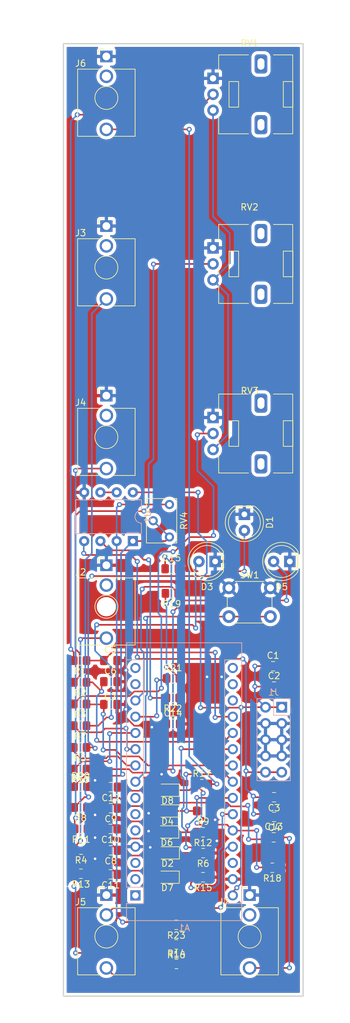
<source format=kicad_pcb>
(kicad_pcb (version 20211014) (generator pcbnew)
  (layers (0 "F.Cu" signal) (31 "B.Cu" signal) (34 "B.Paste" user) (35 "F.Paste" user) (36 "B.SilkS" user "B.Silkscreen") (37 "F.SilkS" user "F.Silkscreen") (38 "B.Mask" user) (39 "F.Mask" user) (44 "Edge.Cuts" user))
  (net 0 "")
  (net 4 "GND")
  (net 7 "Net-(A1-Pad8)")
  (net 8 "Net-(A1-Pad9)")
  (net 9 "Net-(A1-Pad10)")
  (net 10 "Net-(A1-Pad11)")
  (net 11 "Net-(A1-Pad12)")
  (net 12 "Net-(A1-Pad13)")
  (net 18 "Net-(A1-Pad19)")
  (net 19 "Net-(A1-Pad20)")
  (net 20 "Net-(A1-Pad21)")
  (net 21 "Net-(A1-Pad22)")
  (net 22 "Net-(A1-Pad23)")
  (net 23 "Net-(A1-Pad24)")
  (net 24 "Net-(A1-Pad25)")
  (net 25 "Net-(A1-Pad26)")
  (net 26 "+5V")
  (net 28 "+12V")
  (net 29 "-12V")
  (net 30 "Net-(C13-Pad1)")
  (net 31 "Net-(C13-Pad2)")
  (net 32 "Net-(C14-Pad1)")
  (net 33 "Net-(C15-Pad1)")
  (net 34 "Net-(D1-Pad2)")
  (net 35 "Net-(D3-Pad2)")
  (net 36 "Net-(D5-Pad2)")
  (net 37 "Net-(J2-PadT)")
  (net 38 "Net-(J3-PadT)")
  (net 39 "Net-(J4-PadT)")
  (net 40 "Net-(J5-PadT)")
  (net 41 "Net-(J6-PadT)")
  (net 42 "Net-(R1-Pad2)")
  (net 43 "Net-(R2-Pad2)")
  (net 44 "Net-(R3-Pad2)")
  (net 45 "Net-(R13-Pad2)")
  (net 46 "Net-(R20-Pad1)")
  (net 47 "Net-(R23-Pad2)")
  (net 48 "Net-(RV1-Pad3)")
  (net 49 "Net-(U1-Pad6)")
  (footprint "Capacitor_SMD:C_0805_2012Metric_Pad1.18x1.45mm_HandSolder" (layer "F.Cu") (at 25.26 139.35 180)
    (fp_text reference "C10")
    (fp_text value "100n")
  )
  (footprint "Resistor_SMD:R_0805_2012Metric_Pad1.20x1.40mm_HandSolder" (layer "F.Cu") (at 20.515 116.426388 180)
    (fp_text reference "R2")
    (fp_text value "1K")
  )
  (footprint "Resistor_SMD:R_0805_2012Metric_Pad1.20x1.40mm_HandSolder" (layer "F.Cu") (at 20.515 130.011944 180)
    (fp_text reference "R10")
    (fp_text value "1K")
  )
  (footprint "Potentiometer_THT:Potentiometer_Alps_RK09L_Single_Vertical" (layer "F.Cu") (at 41.325 75.033332)
    (fp_text reference "RV3")
    (fp_text value "100K P2")
  )
  (footprint "Resistor_SMD:R_0805_2012Metric_Pad1.20x1.40mm_HandSolder" (layer "F.Cu") (at 35.025 118.872 180)
    (fp_text reference "R22")
    (fp_text value "3K9")
  )
  (footprint "Resistor_SMD:R_0805_2012Metric_Pad1.20x1.40mm_HandSolder" (layer "F.Cu") (at 20.64 146.359248 180)
    (fp_text reference "R13")
    (fp_text value "1K")
  )
  (footprint "Diode_SMD:D_0805_2012Metric_Pad1.15x1.40mm_HandSolder" (layer "F.Cu") (at 34.2 133.3 180)
    (fp_text reference "D8")
    (fp_text value "D_Zener_Small")
  )
  (footprint "Resistor_SMD:R_0805_2012Metric_Pad1.20x1.40mm_HandSolder" (layer "F.Cu") (at 20.515 126.615552 180)
    (fp_text reference "R5")
    (fp_text value "1K")
  )
  (footprint "Diode_SMD:D_0805_2012Metric_Pad1.15x1.40mm_HandSolder" (layer "F.Cu") (at 34.175 146.906366 180)
    (fp_text reference "D7")
    (fp_text value "D_Zener_Small")
  )
  (footprint "Resistor_SMD:R_0805_2012Metric_Pad1.20x1.40mm_HandSolder" (layer "F.Cu") (at 39.575 132.35)
    (fp_text reference "R17")
    (fp_text value "100R")
  )
  (footprint "Connector_Audio:Jack_3.5mm_QingPu_WQP-PJ398SM_Vertical_CircularHoles" (layer "F.Cu") (at 24.625 98.128334)
    (fp_text reference "J2")
    (fp_text value "ModeCV")
  )
  (footprint "Resistor_SMD:R_0805_2012Metric_Pad1.20x1.40mm_HandSolder" (layer "F.Cu") (at 20.665 142.59264 180)
    (fp_text reference "R4")
    (fp_text value "1K")
  )
  (footprint "Capacitor_SMD:C_0805_2012Metric_Pad1.18x1.45mm_HandSolder" (layer "F.Cu") (at 35.052 122.936)
    (fp_text reference "C14")
    (fp_text value "10n")
  )
  (footprint "Connector_Audio:Jack_3.5mm_QingPu_WQP-PJ398SM_Vertical_CircularHoles" (layer "F.Cu") (at 24.625 71.611666)
    (fp_text reference "J4")
    (fp_text value "Parameter 2 CV")
  )
  (footprint "Resistor_SMD:R_0805_2012Metric_Pad1.20x1.40mm_HandSolder" (layer "F.Cu") (at 39.75 139.875 180)
    (fp_text reference "R12")
    (fp_text value "100K")
  )
  (footprint "Diode_SMD:D_0805_2012Metric_Pad1.15x1.40mm_HandSolder" (layer "F.Cu") (at 34.1 139.830002 180)
    (fp_text reference "D6")
    (fp_text value "D_Zener_Small")
  )
  (footprint "Connector_Audio:Jack_3.5mm_QingPu_WQP-PJ398SM_Vertical_CircularHoles" (layer "F.Cu") (at 24.625 149.695)
    (fp_text reference "J5")
    (fp_text value "Gain CV")
  )
  (footprint "Potentiometer_THT:Potentiometer_Alps_RK09L_Single_Vertical" (layer "F.Cu") (at 41.325 48.516666)
    (fp_text reference "RV2")
    (fp_text value "100K P1")
  )
  (footprint "Capacitor_SMD:C_0805_2012Metric_Pad1.18x1.45mm_HandSolder" (layer "F.Cu") (at 25.32 132.82 180)
    (fp_text reference "C12")
    (fp_text value "100n")
  )
  (footprint "Diode_SMD:D_0805_2012Metric_Pad1.15x1.40mm_HandSolder" (layer "F.Cu") (at 34.2 136.55 180)
    (fp_text reference "D4")
    (fp_text value "D_Zener_Small")
  )
  (footprint "Capacitor_SMD:C_0805_2012Metric_Pad1.18x1.45mm_HandSolder" (layer "F.Cu") (at 25.32 136.11 180)
    (fp_text reference "C9")
    (fp_text value "100n")
  )
  (footprint "Connector_Audio:Jack_3.5mm_QingPu_WQP-PJ398SM_Vertical_CircularHoles" (layer "F.Cu") (at 24.625 45.095)
    (fp_text reference "J3")
    (fp_text value "Parameter 1 CV")
  )
  (footprint "Capacitor_SMD:C_0805_2012Metric_Pad1.18x1.45mm_HandSolder" (layer "F.Cu") (at 25.265 119.888)
    (fp_text reference "C7")
    (fp_text value "100p")
  )
  (footprint "Resistor_SMD:R_0805_2012Metric_Pad1.20x1.40mm_HandSolder" (layer "F.Cu") (at 20.59 136.00014 180)
    (fp_text reference "R8")
    (fp_text value "1K")
  )
  (footprint "Capacitor_SMD:C_0805_2012Metric_Pad1.18x1.45mm_HandSolder" (layer "F.Cu") (at 50.875 134.4 180)
    (fp_text reference "C3")
    (fp_text value "100n")
  )
  (footprint "Capacitor_SMD:C_0805_2012Metric_Pad1.18x1.45mm_HandSolder" (layer "F.Cu") (at 50.825 140.675)
    (fp_text reference "C13")
    (fp_text value "10u")
  )
  (footprint "Capacitor_SMD:C_0805_2012Metric_Pad1.18x1.45mm_HandSolder" (layer "F.Cu") (at 25.265 116.332)
    (fp_text reference "C6")
    (fp_text value "100p")
  )
  (footprint "Connector_Audio:Jack_3.5mm_QingPu_WQP-PJ398SM_Vertical_CircularHoles" (layer "F.Cu") (at 24.625 18.578334)
    (fp_text reference "J6")
    (fp_text value "V/OCT")
  )
  (footprint "Capacitor_SMD:C_0805_2012Metric_Pad1.18x1.45mm_HandSolder" (layer "F.Cu") (at 50.725 113.925)
    (fp_text reference "C1")
    (fp_text value "100n")
  )
  (footprint "Capacitor_SMD:C_0805_2012Metric_Pad1.18x1.45mm_HandSolder" (layer "F.Cu") (at 25.29 146.46 180)
    (fp_text reference "C11")
    (fp_text value "100n")
  )
  (footprint "Resistor_SMD:R_0805_2012Metric_Pad1.20x1.40mm_HandSolder" (layer "F.Cu") (at 35.575 157.4125 180)
    (fp_text reference "R16")
    (fp_text value "47K")
  )
  (footprint "Button_Switch_THT:SW_PUSH_6mm_H5mm" (layer "F.Cu") (at 43.8 101.658334)
    (fp_text reference "SW1")
    (fp_text value "SW_SPDT")
  )
  (footprint "LED_THT:LED_D5.0mm" (layer "F.Cu") (at 46.228 90.165 -90)
    (fp_text reference "D1")
    (fp_text value "LED")
  )
  (footprint "Resistor_SMD:R_0805_2012Metric_Pad1.20x1.40mm_HandSolder" (layer "F.Cu") (at 20.515 119.822776 180)
    (fp_text reference "R3")
    (fp_text value "1K")
  )
  (footprint "Resistor_SMD:R_0805_2012Metric_Pad1.20x1.40mm_HandSolder" (layer "F.Cu") (at 39.75 146.9 180)
    (fp_text reference "R15")
    (fp_text value "100K")
  )
  (footprint "Potentiometer_THT:Potentiometer_Alps_RK09L_Single_Vertical" (layer "F.Cu") (at 41.325 22)
    (fp_text reference "RV1")
    (fp_text value "100K Frequency")
  )
  (footprint "Capacitor_SMD:C_0805_2012Metric_Pad1.18x1.45mm_HandSolder" (layer "F.Cu") (at 50.875 117.1)
    (fp_text reference "C2")
    (fp_text value "10u")
  )
  (footprint "Resistor_SMD:R_0805_2012Metric_Pad1.20x1.40mm_HandSolder" (layer "F.Cu") (at 35.052 115.824)
    (fp_text reference "R21")
    (fp_text value "3K9")
  )
  (footprint "Resistor_SMD:R_0805_2012Metric_Pad1.20x1.40mm_HandSolder" (layer "F.Cu") (at 35.575 154.35 180)
    (fp_text reference "R23")
    (fp_text value "47K")
  )
  (footprint "Resistor_SMD:R_0805_2012Metric_Pad1.20x1.40mm_HandSolder" (layer "F.Cu") (at 39.775 136.545714 180)
    (fp_text reference "R9")
    (fp_text value "100K")
  )
  (footprint "LED_THT:LED_D5.0mm" (layer "F.Cu") (at 41.656 97.536 180)
    (fp_text reference "D3")
    (fp_text value "LED")
  )
  (footprint "Resistor_SMD:R_0805_2012Metric_Pad1.20x1.40mm_HandSolder" (layer "F.Cu") (at 50.6 145.425 180)
    (fp_text reference "R18")
    (fp_text value "330K")
  )
  (footprint "Capacitor_SMD:C_0805_2012Metric_Pad1.18x1.45mm_HandSolder" (layer "F.Cu") (at 34.8625 98.675)
    (fp_text reference "C15")
    (fp_text value "4.7n")
  )
  (footprint "Capacitor_SMD:C_0805_2012Metric_Pad1.18x1.45mm_HandSolder" (layer "F.Cu") (at 50.875 137.475 180)
    (fp_text reference "C4")
    (fp_text value "10u")
  )
  (footprint "Diode_SMD:D_0805_2012Metric_Pad1.15x1.40mm_HandSolder" (layer "F.Cu") (at 34.2 143.1 180)
    (fp_text reference "D2")
    (fp_text value "D_Zener_Small")
  )
  (footprint "Resistor_SMD:R_0805_2012Metric_Pad1.20x1.40mm_HandSolder" (layer "F.Cu") (at 39.775 143.12857 180)
    (fp_text reference "R6")
    (fp_text value "100K")
  )
  (footprint "Resistor_SMD:R_0805_2012Metric_Pad1.20x1.40mm_HandSolder" (layer "F.Cu") (at 20.59 132.72389)
    (fp_text reference "R20")
    (fp_text value "1K")
  )
  (footprint "Resistor_SMD:R_0805_2012Metric_Pad1.20x1.40mm_HandSolder" (layer "F.Cu") (at 20.515 113.03 180)
    (fp_text reference "R1")
    (fp_text value "1K")
  )
  (footprint "Resistor_SMD:R_0805_2012Metric_Pad1.20x1.40mm_HandSolder" (layer "F.Cu") (at 20.665 139.343892 180)
    (fp_text reference "R11")
    (fp_text value "1K")
  )
  (footprint "Connector_Audio:Jack_3.5mm_QingPu_WQP-PJ398SM_Vertical_CircularHoles" (layer "F.Cu") (at 47.05 149.695)
    (fp_text reference "J7")
    (fp_text value "Output")
  )
  (footprint "Resistor_SMD:R_0805_2012Metric_Pad1.20x1.40mm_HandSolder" (layer "F.Cu") (at 34.875 102.525 180)
    (fp_text reference "R19")
    (fp_text value "499K")
  )
  (footprint "Capacitor_SMD:C_0805_2012Metric_Pad1.18x1.45mm_HandSolder" (layer "F.Cu") (at 25.265 113.03)
    (fp_text reference "C5")
    (fp_text value "100p")
  )
  (footprint "Capacitor_SMD:C_0805_2012Metric_Pad1.18x1.45mm_HandSolder" (layer "F.Cu") (at 25.32 142.7 180)
    (fp_text reference "C8")
    (fp_text value "100n")
  )
  (footprint "Resistor_SMD:R_0805_2012Metric_Pad1.20x1.40mm_HandSolder" (layer "F.Cu") (at 35.6 160.475)
    (fp_text reference "R14")
    (fp_text value "47K")
  )
  (footprint "Resistor_SMD:R_0805_2012Metric_Pad1.20x1.40mm_HandSolder" (layer "F.Cu") (at 20.515 123.219164 180)
    (fp_text reference "R7")
    (fp_text value "1K")
  )
  (footprint "Potentiometer_THT:Potentiometer_Bourns_3266W_Vertical" (layer "F.Cu") (at 34.499 93.711 -90)
    (fp_text reference "RV4")
    (fp_text value "100K")
  )
  (footprint "LED_THT:LED_D5.0mm" (layer "F.Cu") (at 53.34 97.536 180)
    (fp_text reference "D5")
    (fp_text value "LED")
  )
  (footprint "Module:Arduino_Nano" (layer "B.Cu") (at 29.175 149.75)
    (fp_text reference "A1")
    (fp_text value "Arduino_Nano_v3.x")
  )
  (footprint "Connector_PinHeader_2.54mm:PinHeader_2x05_P2.54mm_Vertical" (layer "B.Cu") (at 52.075 120.325 180)
    (fp_text reference "J1")
    (fp_text value "Conn_02x05_Counter_Clockwise")
  )
  (footprint "Package_DIP:DIP-8_W7.62mm" (layer "B.Cu") (at 28.775 94.35 90)
    (fp_text reference "U1")
    (fp_text value "TL072")
  )
  (gr_rect (start 17.9 16.575) (end 55.425 165.5) (layer "Edge.Cuts") (width 0.2) (fill none))
  (segment (start 27.686 120.65) (end 27.686 121.92) (width 0.25) (layer "F.Cu") (net 4))
  (segment (start 27.686 121.92) (end 28.991 123.225) (width 0.25) (layer "F.Cu") (net 4))
  (segment (start 31.531 123.225) (end 31.75 123.444) (width 0.25) (layer "F.Cu") (net 4))
  (segment (start 28.991 123.225) (end 31.531 123.225) (width 0.25) (layer "F.Cu") (net 4))
  (via (at 22.86 137.16) (size 0.8) (drill 0.4) (layers "F.Cu" "B.Cu") (net 4))
  (via (at 31.242 139.7) (size 0.8) (drill 0.4) (layers "F.Cu" "B.Cu") (net 4))
  (via (at 42.672 115.57) (size 0.8) (drill 0.4) (layers "F.Cu" "B.Cu") (net 4))
  (via (at 41.656 137.922) (size 0.8) (drill 0.4) (layers "F.Cu" "B.Cu") (net 4))
  (via (at 31.496 142.24) (size 0.8) (drill 0.4) (layers "F.Cu" "B.Cu") (net 4))
  (via (at 27.686 120.65) (size 0.8) (drill 0.4) (layers "F.Cu" "B.Cu") (net 4))
  (via (at 40.386 115.57) (size 0.8) (drill 0.4) (layers "F.Cu" "B.Cu") (net 4))
  (via (at 27.686 114.554) (size 0.8) (drill 0.4) (layers "F.Cu" "B.Cu") (net 4))
  (via (at 31.242 136.906) (size 0.8) (drill 0.4) (layers "F.Cu" "B.Cu") (net 4))
  (via (at 22.86 144.018) (size 0.8) (drill 0.4) (layers "F.Cu" "B.Cu") (net 4))
  (via (at 22.86 140.716) (size 0.8) (drill 0.4) (layers "F.Cu" "B.Cu") (net 4))
  (via (at 22.86 131.761444) (size 0.8) (drill 0.4) (layers "F.Cu" "B.Cu") (net 4))
  (via (at 31.75 123.444) (size 0.8) (drill 0.4) (layers "F.Cu" "B.Cu") (net 4))
  (via (at 33.274 130.81) (size 0.8) (drill 0.4) (layers "F.Cu" "B.Cu") (net 4))
  (via (at 41.91 141.224) (size 0.8) (drill 0.4) (layers "F.Cu" "B.Cu") (net 4))
  (segment (start 30.7715 106.426) (end 31.039166 106.158334) (width 0.25) (layer "F.Cu") (net 7))
  (segment (start 43.8 106.158334) (end 50.3 106.158334) (width 0.25) (layer "F.Cu") (net 7))
  (segment (start 31.039166 106.158334) (end 43.8 106.158334) (width 0.25) (layer "F.Cu") (net 7))
  (via (at 30.7715 106.426) (size 0.8) (drill 0.4) (layers "F.Cu" "B.Cu") (net 7))
  (segment (start 30.771 130.374) (end 29.175 131.97) (width 0.25) (layer "B.Cu") (net 7))
  (segment (start 30.771 118.571695) (end 30.771 130.374) (width 0.25) (layer "B.Cu") (net 7))
  (segment (start 30.988 118.354695) (end 30.771 118.571695) (width 0.25) (layer "B.Cu") (net 7))
  (segment (start 30.7715 106.426) (end 30.988 106.6425) (width 0.25) (layer "B.Cu") (net 7))
  (segment (start 30.988 106.6425) (end 30.988 118.354695) (width 0.25) (layer "B.Cu") (net 7))
  (segment (start 20.615 128.325) (end 24.573695 128.325) (width 0.25) (layer "F.Cu") (net 8))
  (segment (start 24.882695 128.016) (end 26.416 128.016) (width 0.25) (layer "F.Cu") (net 8))
  (segment (start 26.416 128.016) (end 27.83 129.43) (width 0.25) (layer "F.Cu") (net 8))
  (segment (start 24.573695 128.325) (end 24.882695 128.016) (width 0.25) (layer "F.Cu") (net 8))
  (segment (start 27.83 129.43) (end 29.175 129.43) (width 0.25) (layer "F.Cu") (net 8))
  (segment (start 19.59 127.3) (end 20.615 128.325) (width 0.25) (layer "F.Cu") (net 8))
  (segment (start 27.6505 123.661) (end 27.686 123.6255) (width 0.25) (layer "F.Cu") (net 9))
  (segment (start 27.83 126.89) (end 29.175 126.89) (width 0.25) (layer "F.Cu") (net 9))
  (segment (start 24.421 123.661) (end 27.6505 123.661) (width 0.25) (layer "F.Cu") (net 9))
  (segment (start 20.54 124.244164) (end 23.837836 124.244164) (width 0.25) (layer "F.Cu") (net 9))
  (segment (start 23.837836 124.244164) (end 24.421 123.661) (width 0.25) (layer "F.Cu") (net 9))
  (segment (start 19.515 123.219164) (end 20.54 124.244164) (width 0.25) (layer "F.Cu") (net 9))
  (via (at 27.83 126.89) (size 0.8) (drill 0.4) (layers "F.Cu" "B.Cu") (net 9))
  (via (at 27.686 123.6255) (size 0.8) (drill 0.4) (layers "F.Cu" "B.Cu") (net 9))
  (segment (start 27.83 123.7695) (end 27.83 126.89) (width 0.25) (layer "B.Cu") (net 9))
  (segment (start 27.686 123.6255) (end 27.83 123.7695) (width 0.25) (layer "B.Cu") (net 9))
  (segment (start 25.256 124.35) (end 29.175 124.35) (width 0.25) (layer "F.Cu") (net 10))
  (segment (start 25.146 124.46) (end 25.256 124.35) (width 0.25) (layer "F.Cu") (net 10))
  (segment (start 19.59 130.011944) (end 19.594056 130.011944) (width 0.25) (layer "F.Cu") (net 10))
  (segment (start 20.828 128.778) (end 25.146 128.778) (width 0.25) (layer "F.Cu") (net 10))
  (segment (start 19.594056 130.011944) (end 20.828 128.778) (width 0.25) (layer "F.Cu") (net 10))
  (via (at 25.146 128.778) (size 0.8) (drill 0.4) (layers "F.Cu" "B.Cu") (net 10))
  (via (at 25.146 124.46) (size 0.8) (drill 0.4) (layers "F.Cu" "B.Cu") (net 10))
  (segment (start 25.146 128.778) (end 25.146 124.46) (width 0.25) (layer "B.Cu") (net 10))
  (segment (start 32.368 121.81) (end 32.512 121.666) (width 0.25) (layer "F.Cu") (net 11))
  (segment (start 29.175 121.81) (end 32.368 121.81) (width 0.25) (layer "F.Cu") (net 11))
  (segment (start 32.512 116.078) (end 33.798 116.078) (width 0.25) (layer "F.Cu") (net 11))
  (segment (start 33.798 116.078) (end 34.052 115.824) (width 0.25) (layer "F.Cu") (net 11))
  (via (at 32.512 116.078) (size 0.8) (drill 0.4) (layers "F.Cu" "B.Cu") (net 11))
  (via (at 32.512 121.666) (size 0.8) (drill 0.4) (layers "F.Cu" "B.Cu") (net 11))
  (segment (start 32.512 121.666) (end 32.512 116.078) (width 0.25) (layer "B.Cu") (net 11))
  (segment (start 34.85 101.5) (end 30.58 101.5) (width 0.25) (layer "F.Cu") (net 12))
  (segment (start 35.875 102.525) (end 34.85 101.5) (width 0.25) (layer "F.Cu") (net 12))
  (segment (start 30.58 101.5) (end 30.226 101.854) (width 0.25) (layer "F.Cu") (net 12))
  (via (at 30.226 101.854) (size 0.8) (drill 0.4) (layers "F.Cu" "B.Cu") (net 12))
  (segment (start 30.226 101.854) (end 30.0465 102.0335) (width 0.25) (layer "B.Cu") (net 12))
  (segment (start 30.48 117.965) (end 29.175 119.27) (width 0.25) (layer "B.Cu") (net 12))
  (segment (start 30.48 111.76) (end 30.48 117.965) (width 0.25) (layer "B.Cu") (net 12))
  (segment (start 30.0465 111.3265) (end 30.48 111.76) (width 0.25) (layer "B.Cu") (net 12))
  (segment (start 30.0465 102.0335) (end 30.0465 111.3265) (width 0.25) (layer "B.Cu") (net 12))
  (segment (start 41.656 121.92) (end 41.766 121.81) (width 0.25) (layer "F.Cu") (net 18))
  (segment (start 25.4975 111.76) (end 24.2275 113.03) (width 0.25) (layer "F.Cu") (net 18))
  (segment (start 21.515 113.03) (end 24.2275 113.03) (width 0.25) (layer "F.Cu") (net 18))
  (segment (start 41.656 111.76) (end 25.4975 111.76) (width 0.25) (layer "F.Cu") (net 18))
  (segment (start 41.766 121.81) (end 44.415 121.81) (width 0.25) (layer "F.Cu") (net 18))
  (via (at 41.656 111.76) (size 0.8) (drill 0.4) (layers "F.Cu" "B.Cu") (net 18))
  (via (at 41.656 121.92) (size 0.8) (drill 0.4) (layers "F.Cu" "B.Cu") (net 18))
  (segment (start 41.656 111.76) (end 41.656 121.92) (width 0.25) (layer "B.Cu") (net 18))
  (segment (start 23.114 125.476) (end 23.368 125.73) (width 0.25) (layer "F.Cu") (net 19))
  (segment (start 22.446388 116.426388) (end 21.515 116.426388) (width 0.25) (layer "F.Cu") (net 19))
  (segment (start 23.368 125.73) (end 43.035 125.73) (width 0.25) (layer "F.Cu") (net 19))
  (segment (start 43.035 125.73) (end 44.415 124.35) (width 0.25) (layer "F.Cu") (net 19))
  (segment (start 23.876 117.856) (end 22.446388 116.426388) (width 0.25) (layer "F.Cu") (net 19))
  (segment (start 23.876 116.6835) (end 24.2275 116.332) (width 0.25) (layer "F.Cu") (net 19))
  (segment (start 23.876 117.856) (end 23.876 116.6835) (width 0.25) (layer "F.Cu") (net 19))
  (via (at 23.876 117.856) (size 0.8) (drill 0.4) (layers "F.Cu" "B.Cu") (net 19))
  (via (at 23.114 125.476) (size 0.8) (drill 0.4) (layers "F.Cu" "B.Cu") (net 19))
  (segment (start 23.114 118.618) (end 23.114 125.476) (width 0.25) (layer "B.Cu") (net 19))
  (segment (start 23.876 117.856) (end 23.114 118.618) (width 0.25) (layer "B.Cu") (net 19))
  (segment (start 32.611827 144.125) (end 34.2 144.125) (width 0.25) (layer "F.Cu") (net 20))
  (segment (start 38.74643 143.1) (end 38.775 143.12857) (width 0.25) (layer "F.Cu") (net 20))
  (segment (start 34.2 144.125) (end 35.225 143.1) (width 0.25) (layer "F.Cu") (net 20))
  (segment (start 36.466 126.89) (end 36.322 126.746) (width 0.25) (layer "F.Cu") (net 20))
  (segment (start 21.665 142.59264) (end 22.60764 141.65) (width 0.25) (layer "F.Cu") (net 20))
  (segment (start 37.88643 142.24) (end 38.775 143.12857) (width 0.25) (layer "F.Cu") (net 20))
  (segment (start 44.415 126.89) (end 36.466 126.89) (width 0.25) (layer "F.Cu") (net 20))
  (segment (start 37.084 142.24) (end 37.88643 142.24) (width 0.25) (layer "F.Cu") (net 20))
  (segment (start 25.3075 141.65) (end 26.3575 142.7) (width 0.25) (layer "F.Cu") (net 20))
  (segment (start 27.1775 143.52) (end 32.006827 143.52) (width 0.25) (layer "F.Cu") (net 20))
  (segment (start 26.3575 142.7) (end 27.1775 143.52) (width 0.25) (layer "F.Cu") (net 20))
  (segment (start 22.60764 141.65) (end 25.3075 141.65) (width 0.25) (layer "F.Cu") (net 20))
  (segment (start 32.006827 143.52) (end 32.611827 144.125) (width 0.25) (layer "F.Cu") (net 20))
  (segment (start 35.225 143.1) (end 38.74643 143.1) (width 0.25) (layer "F.Cu") (net 20))
  (via (at 36.322 126.746) (size 0.8) (drill 0.4) (layers "F.Cu" "B.Cu") (net 20))
  (via (at 37.084 142.24) (size 0.8) (drill 0.4) (layers "F.Cu" "B.Cu") (net 20))
  (segment (start 36.736 135.974695) (end 36.736 131.487305) (width 0.25) (layer "B.Cu") (net 20))
  (segment (start 37.084 142.24) (end 37.084 139.595) (width 0.25) (layer "B.Cu") (net 20))
  (segment (start 36.359 131.110306) (end 36.571347 131.322653) (width 0.25) (layer "B.Cu") (net 20))
  (segment (start 36.322 126.746) (end 36.359 126.783) (width 0.25) (layer "B.Cu") (net 20))
  (segment (start 36.461 139.006305) (end 36.461 136.249695) (width 0.25) (layer "B.Cu") (net 20))
  (segment (start 36.461 136.249695) (end 36.736 135.974695) (width 0.25) (layer "B.Cu") (net 20))
  (segment (start 37.049695 139.595) (end 36.461 139.006305) (width 0.25) (layer "B.Cu") (net 20))
  (segment (start 36.359 126.783) (end 36.359 131.110306) (width 0.25) (layer "B.Cu") (net 20))
  (segment (start 36.736 131.487305) (end 36.571347 131.322653) (width 0.25) (layer "B.Cu") (net 20))
  (segment (start 37.084 139.595) (end 37.049695 139.595) (width 0.25) (layer "B.Cu") (net 20))
  (segment (start 29.718 128.016) (end 27.052396 128.016) (width 0.25) (layer "F.Cu") (net 21))
  (segment (start 27.052396 128.016) (end 26.036396 127) (width 0.25) (layer "F.Cu") (net 21))
  (segment (start 26.036396 127) (end 24.13 127) (width 0.25) (layer "F.Cu") (net 21))
  (segment (start 21.580224 119.888) (end 24.2275 119.888) (width 0.25) (layer "F.Cu") (net 21))
  (segment (start 21.515 119.822776) (end 21.580224 119.888) (width 0.25) (layer "F.Cu") (net 21))
  (segment (start 24.2275 121.3145) (end 24.2275 119.888) (width 0.25) (layer "F.Cu") (net 21))
  (segment (start 31.132 129.43) (end 29.718 128.016) (width 0.25) (layer "F.Cu") (net 21))
  (segment (start 24.13 121.412) (end 24.2275 121.3145) (width 0.25) (layer "F.Cu") (net 21))
  (segment (start 44.415 129.43) (end 31.132 129.43) (width 0.25) (layer "F.Cu") (net 21))
  (via (at 24.13 127) (size 0.8) (drill 0.4) (layers "F.Cu" "B.Cu") (net 21))
  (via (at 24.13 121.412) (size 0.8) (drill 0.4) (layers "F.Cu" "B.Cu") (net 21))
  (segment (start 24.13 121.412) (end 24.13 127) (width 0.25) (layer "B.Cu") (net 21))
  (segment (start 43.255 130.81) (end 44.415 131.97) (width 0.25) (layer "F.Cu") (net 22))
  (segment (start 28.4225 138.175) (end 33.6 138.175) (width 0.25) (layer "F.Cu") (net 22))
  (segment (start 37.084 130.81) (end 43.255 130.81) (width 0.25) (layer "F.Cu") (net 22))
  (segment (start 26.3575 136.11) (end 28.4225 138.175) (width 0.25) (layer "F.Cu") (net 22))
  (segment (start 22.53014 135.06) (end 25.3075 135.06) (width 0.25) (layer "F.Cu") (net 22))
  (segment (start 35.225 136.55) (end 38.770714 136.55) (width 0.25) (layer "F.Cu") (net 22))
  (segment (start 38.770714 136.55) (end 38.775 136.545714) (width 0.25) (layer "F.Cu") (net 22))
  (segment (start 33.6 138.175) (end 35.225 136.55) (width 0.25) (layer "F.Cu") (net 22))
  (segment (start 21.59 136.00014) (end 22.53014 135.06) (width 0.25) (layer "F.Cu") (net 22))
  (segment (start 25.3075 135.06) (end 26.3575 136.11) (width 0.25) (layer "F.Cu") (net 22))
  (via (at 37.084 130.81) (size 0.8) (drill 0.4) (layers "F.Cu" "B.Cu") (net 22))
  (via (at 37.186 136.55) (size 0.8) (drill 0.4) (layers "F.Cu" "B.Cu") (net 22))
  (segment (start 37.186 136.55) (end 37.186 130.912) (width 0.25) (layer "B.Cu") (net 22))
  (segment (start 37.186 130.912) (end 37.084 130.81) (width 0.25) (layer "B.Cu") (net 22))
  (segment (start 38.85 134.51) (end 38.79 134.45) (width 0.25) (layer "F.Cu") (net 23))
  (segment (start 37.35 138.87) (end 37.325 138.895) (width 0.25) (layer "F.Cu") (net 23))
  (segment (start 37.325 138.895) (end 37.325 139.875) (width 0.25) (layer "F.Cu") (net 23))
  (segment (start 22.708892 138.3) (end 25.2475 138.3) (width 0.25) (layer "F.Cu") (net 23))
  (segment (start 35.169998 139.875) (end 35.125 139.830002) (width 0.25) (layer "F.Cu") (net 23))
  (segment (start 38.75 139.875) (end 37.325 139.875) (width 0.25) (layer "F.Cu") (net 23))
  (segment (start 37.325 139.875) (end 35.169998 139.875) (width 0.25) (layer "F.Cu") (net 23))
  (segment (start 35.125 139.830002) (end 34.1 140.855002) (width 0.25) (layer "F.Cu") (net 23))
  (segment (start 21.665 139.343892) (end 22.708892 138.3) (width 0.25) (layer "F.Cu") (net 23))
  (segment (start 27.802502 140.855002) (end 26.2975 139.35) (width 0.25) (layer "F.Cu") (net 23))
  (segment (start 34.1 140.855002) (end 27.802502 140.855002) (width 0.25) (layer "F.Cu") (net 23))
  (segment (start 25.2475 138.3) (end 26.2975 139.35) (width 0.25) (layer "F.Cu") (net 23))
  (segment (start 44.415 134.51) (end 38.85 134.51) (width 0.25) (layer "F.Cu") (net 23))
  (via (at 38.79 134.45) (size 0.8) (drill 0.4) (layers "F.Cu" "B.Cu") (net 23))
  (via (at 37.35 138.87) (size 0.8) (drill 0.4) (layers "F.Cu" "B.Cu") (net 23))
  (segment (start 38.79 134.45) (end 38.79 137.43) (width 0.25) (layer "B.Cu") (net 23))
  (segment (start 38.79 137.43) (end 37.35 138.87) (width 0.25) (layer "B.Cu") (net 23))
  (segment (start 26.8475 145.94) (end 28.56 145.94) (width 0.25) (layer "F.Cu") (net 24))
  (segment (start 28.618634 145.881366) (end 34.175 145.881366) (width 0.25) (layer "F.Cu") (net 24))
  (segment (start 42.8 137.05) (end 42.79 137.06) (width 0.25) (layer "F.Cu") (net 24))
  (segment (start 28.56 145.94) (end 28.618634 145.881366) (width 0.25) (layer "F.Cu") (net 24))
  (segment (start 34.175 145.881366) (end 35.2 146.906366) (width 0.25) (layer "F.Cu") (net 24))
  (segment (start 35.2 146.906366) (end 38.743634 146.906366) (width 0.25) (layer "F.Cu") (net 24))
  (segment (start 21.64 146.359248) (end 22.589248 145.41) (width 0.25) (layer "F.Cu") (net 24))
  (segment (start 37.86 147.79) (end 38.75 146.9) (width 0.25) (layer "F.Cu") (net 24))
  (segment (start 22.589248 145.41) (end 25.2775 145.41) (width 0.25) (layer "F.Cu") (net 24))
  (segment (start 44.415 137.05) (end 42.8 137.05) (width 0.25) (layer "F.Cu") (net 24))
  (segment (start 37.86 148.54) (end 37.86 147.79) (width 0.25) (layer "F.Cu") (net 24))
  (segment (start 38.743634 146.906366) (end 38.75 146.9) (width 0.25) (layer "F.Cu") (net 24))
  (segment (start 25.2775 145.41) (end 26.3275 146.46) (width 0.25) (layer "F.Cu") (net 24))
  (segment (start 26.3275 146.46) (end 26.8475 145.94) (width 0.25) (layer "F.Cu") (net 24))
  (via (at 37.86 148.54) (size 0.8) (drill 0.4) (layers "F.Cu" "B.Cu") (net 24))
  (via (at 42.79 137.06) (size 0.8) (drill 0.4) (layers "F.Cu" "B.Cu") (net 24))
  (segment (start 42.23 147.85) (end 41.54 148.54) (width 0.25) (layer "B.Cu") (net 24))
  (segment (start 42.23 142.73) (end 42.23 147.85) (width 0.25) (layer "B.Cu") (net 24))
  (segment (start 42.79 142.17) (end 42.32 142.64) (width 0.25) (layer "B.Cu") (net 24))
  (segment (start 42.79 137.06) (end 42.79 142.17) (width 0.25) (layer "B.Cu") (net 24))
  (segment (start 41.54 148.54) (end 37.86 148.54) (width 0.25) (layer "B.Cu") (net 24))
  (segment (start 42.32 142.64) (end 42.23 142.73) (width 0.25) (layer "B.Cu") (net 24))
  (segment (start 43.509 138.684) (end 39.060034 138.684) (width 0.25) (layer "F.Cu") (net 25))
  (segment (start 31.671827 133.385) (end 32.826827 134.54) (width 0.25) (layer "F.Cu") (net 25))
  (segment (start 48.15 145.375) (end 49.55 145.375) (width 0.25) (layer "F.Cu") (net 25))
  (segment (start 44.44 139.615) (end 48.135 139.615) (width 0.25) (layer "F.Cu") (net 25))
  (segment (start 49.55 145.375) (end 49.6 145.425) (width 0.25) (layer "F.Cu") (net 25))
  (segment (start 44.415 139.59) (end 43.509 138.684) (width 0.25) (layer "F.Cu") (net 25))
  (segment (start 32.826827 134.54) (end 33.985 134.54) (width 0.25) (layer "F.Cu") (net 25))
  (segment (start 26.9225 133.385) (end 31.671827 133.385) (width 0.25) (layer "F.Cu") (net 25))
  (segment (start 39.77 133.75) (end 39.77 133.545) (width 0.25) (layer "F.Cu") (net 25))
  (segment (start 39.77 133.545) (end 38.575 132.35) (width 0.25) (layer "F.Cu") (net 25))
  (segment (start 37.625 133.3) (end 38.575 132.35) (width 0.25) (layer "F.Cu") (net 25))
  (segment (start 35.225 133.3) (end 37.625 133.3) (width 0.25) (layer "F.Cu") (net 25))
  (segment (start 39.060034 138.684) (end 38.810316 138.434282) (width 0.25) (layer "F.Cu") (net 25))
  (segment (start 26.3575 132.82) (end 26.9225 133.385) (width 0.25) (layer "F.Cu") (net 25))
  (segment (start 33.985 134.54) (end 35.225 133.3) (width 0.25) (layer "F.Cu") (net 25))
  (segment (start 48.135 139.615) (end 48.15 139.6) (width 0.25) (layer "F.Cu") (net 25))
  (segment (start 44.415 139.59) (end 44.44 139.615) (width 0.25) (layer "F.Cu") (net 25))
  (via (at 48.15 139.6) (size 0.8) (drill 0.4) (layers "F.Cu" "B.Cu") (net 25))
  (via (at 38.810316 138.434282) (size 0.8) (drill 0.4) (layers "F.Cu" "B.Cu") (net 25))
  (via (at 48.15 145.375) (size 0.8) (drill 0.4) (layers "F.Cu" "B.Cu") (net 25))
  (via (at 39.77 133.75) (size 0.8) (drill 0.4) (layers "F.Cu" "B.Cu") (net 25))
  (segment (start 39.515 134.005) (end 39.77 133.75) (width 0.25) (layer "B.Cu") (net 25))
  (segment (start 48.15 139.6) (end 48.15 145.375) (width 0.25) (layer "B.Cu") (net 25))
  (segment (start 38.810316 138.434282) (end 39.515 137.729598) (width 0.25) (layer "B.Cu") (net 25))
  (segment (start 39.515 137.729598) (end 39.515 134.005) (width 0.25) (layer "B.Cu") (net 25))
  (segment (start 42.51 151.61) (end 42.39 151.73) (width 0.25) (layer "F.Cu") (net 26))
  (segment (start 25.69 151.73) (end 24.625 152.795) (width 0.25) (layer "F.Cu") (net 26))
  (segment (start 42.39 151.73) (end 25.69 151.73) (width 0.25) (layer "F.Cu") (net 26))
  (via (at 42.51 151.61) (size 0.8) (drill 0.4) (layers "F.Cu" "B.Cu") (net 26))
  (segment (start 42.79 151.33) (end 42.79 142.995) (width 0.25) (layer "B.Cu") (net 26))
  (segment (start 42.51 151.61) (end 42.79 151.33) (width 0.25) (layer "B.Cu") (net 26))
  (segment (start 42.79 142.995) (end 43.655 142.13) (width 0.25) (layer "B.Cu") (net 26))
  (segment (start 43.655 142.13) (end 44.415 142.13) (width 0.25) (layer "B.Cu") (net 26))
  (segment (start 49.8375 117.1) (end 47.9 117.1) (width 0.25) (layer "F.Cu") (net 28))
  (segment (start 45.820444 120.396) (end 45.783222 120.433222) (width 0.25) (layer "F.Cu") (net 28))
  (segment (start 45.725 120.325) (end 49.535 120.325) (width 0.25) (layer "F.Cu") (net 28))
  (segment (start 44.415 149.185) (end 45.05 148.55) (width 0.25) (layer "F.Cu") (net 28))
  (segment (start 49.535 120.325) (end 52.075 120.325) (width 0.25) (layer "F.Cu") (net 28))
  (segment (start 47.875 113.9) (end 49.6625 113.9) (width 0.25) (layer "F.Cu") (net 28))
  (segment (start 39.37 120.396) (end 45.820444 120.396) (width 0.25) (layer "F.Cu") (net 28))
  (segment (start 45.7 120.35) (end 45.725 120.325) (width 0.25) (layer "F.Cu") (net 28))
  (segment (start 28.775 86.73) (end 38.978 86.73) (width 0.25) (layer "F.Cu") (net 28))
  (segment (start 49.6625 113.9) (end 49.6875 113.925) (width 0.25) (layer "F.Cu") (net 28))
  (segment (start 44.415 149.75) (end 44.415 149.185) (width 0.25) (layer "F.Cu") (net 28))
  (segment (start 47.9 117.1) (end 47.875 117.075) (width 0.25) (layer "F.Cu") (net 28))
  (via (at 38.978 86.73) (size 0.8) (drill 0.4) (layers "F.Cu" "B.Cu") (net 28))
  (via (at 47.875 113.9) (size 0.8) (drill 0.4) (layers "F.Cu" "B.Cu") (net 28))
  (via (at 45.05 148.55) (size 0.8) (drill 0.4) (layers "F.Cu" "B.Cu") (net 28))
  (via (at 45.7 120.35) (size 0.8) (drill 0.4) (layers "F.Cu" "B.Cu") (net 28))
  (via (at 47.875 117.075) (size 0.8) (drill 0.4) (layers "F.Cu" "B.Cu") (net 28))
  (via (at 39.37 120.396) (size 0.8) (drill 0.4) (layers "F.Cu" "B.Cu") (net 28))
  (segment (start 38.978 93.08) (end 40.341 94.443) (width 0.25) (layer "B.Cu") (net 28))
  (segment (start 45.05 148.55) (end 45.7 147.9) (width 0.25) (layer "B.Cu") (net 28))
  (segment (start 40.341 94.443) (end 40.341 99.359) (width 0.25) (layer "B.Cu") (net 28))
  (segment (start 40.341 99.359) (end 39.37 100.33) (width 0.25) (layer "B.Cu") (net 28))
  (segment (start 39.37 100.33) (end 39.37 120.396) (width 0.25) (layer "B.Cu") (net 28))
  (segment (start 38.978 86.73) (end 38.978 93.08) (width 0.25) (layer "B.Cu") (net 28))
  (segment (start 49.535 120.325) (end 47.875 118.665) (width 0.25) (layer "B.Cu") (net 28))
  (segment (start 45.7 147.9) (end 45.7 120.35) (width 0.25) (layer "B.Cu") (net 28))
  (segment (start 47.875 118.665) (end 47.875 117.075) (width 0.25) (layer "B.Cu") (net 28))
  (segment (start 47.875 117.075) (end 47.875 113.9) (width 0.25) (layer "B.Cu") (net 28))
  (segment (start 49.3875 137.025) (end 49.8375 137.475) (width 0.25) (layer "F.Cu") (net 29))
  (segment (start 46.665 130.485) (end 49.535 130.485) (width 0.25) (layer "F.Cu") (net 29))
  (segment (start 29.7555 112.776) (end 45.974 112.776) (width 0.25) (layer "F.Cu") (net 29))
  (segment (start 46.482 130.302) (end 46.665 130.485) (width 0.25) (layer "F.Cu") (net 29))
  (segment (start 29.464 97.536) (end 28.448 96.52) (width 0.25) (layer "F.Cu") (net 29))
  (segment (start 49.535 130.485) (end 52.075 130.485) (width 0.25) (layer "F.Cu") (net 29))
  (segment (start 47.8 134.4) (end 47.625 134.225) (width 0.25) (layer "F.Cu") (net 29))
  (segment (start 28.448 96.52) (end 21.336 96.52) (width 0.25) (layer "F.Cu") (net 29))
  (segment (start 29.464 112.4845) (end 29.7555 112.776) (width 0.25) (layer "F.Cu") (net 29))
  (segment (start 47.675 137.025) (end 49.3875 137.025) (width 0.25) (layer "F.Cu") (net 29))
  (segment (start 21.336 96.52) (end 21.082 96.266) (width 0.25) (layer "F.Cu") (net 29))
  (segment (start 49.8375 134.4) (end 47.8 134.4) (width 0.25) (layer "F.Cu") (net 29))
  (via (at 45.974 112.776) (size 0.8) (drill 0.4) (layers "F.Cu" "B.Cu") (net 29))
  (via (at 47.625 134.225) (size 0.8) (drill 0.4) (layers "F.Cu" "B.Cu") (net 29))
  (via (at 46.482 130.302) (size 0.8) (drill 0.4) (layers "F.Cu" "B.Cu") (net 29))
  (via (at 21.082 96.266) (size 0.8) (drill 0.4) (layers "F.Cu" "B.Cu") (net 29))
  (via (at 29.464 112.4845) (size 0.8) (drill 0.4) (layers "F.Cu" "B.Cu") (net 29))
  (via (at 29.464 97.536) (size 0.8) (drill 0.4) (layers "F.Cu" "B.Cu") (net 29))
  (via (at 47.675 137.025) (size 0.8) (drill 0.4) (layers "F.Cu" "B.Cu") (net 29))
  (segment (start 46.482 130.302) (end 46.482 113.284) (width 0.25) (layer "B.Cu") (net 29))
  (segment (start 47.625 134.225) (end 47.625 136.975) (width 0.25) (layer "B.Cu") (net 29))
  (segment (start 21.082 94.423) (end 21.155 94.35) (width 0.25) (layer "B.Cu") (net 29))
  (segment (start 46.482 130.302) (end 46.482 133.082) (width 0.25) (layer "B.Cu") (net 29))
  (segment (start 46.482 113.284) (end 45.974 112.776) (width 0.25) (layer "B.Cu") (net 29))
  (segment (start 29.464 97.536) (end 29.464 112.4845) (width 0.25) (layer "B.Cu") (net 29))
  (segment (start 21.082 96.266) (end 21.082 94.423) (width 0.25) (layer "B.Cu") (net 29))
  (segment (start 46.482 133.082) (end 47.625 134.225) (width 0.25) (layer "B.Cu") (net 29))
  (segment (start 47.625 136.975) (end 47.675 137.025) (width 0.25) (layer "B.Cu") (net 29))
  (segment (start 31.81 135.79) (end 32.35 135.25) (width 0.25) (layer "F.Cu") (net 30))
  (segment (start 27.86 135.71) (end 27.94 135.79) (width 0.25) (layer "F.Cu") (net 30))
  (segment (start 26.62 134.47) (end 27.86 135.71) (width 0.25) (layer "F.Cu") (net 30))
  (segment (start 21.59 132.72389) (end 23.33611 134.47) (width 0.25) (layer "F.Cu") (net 30))
  (segment (start 46.81 135.83) (end 46.81 135.71) (width 0.25) (layer "F.Cu") (net 30))
  (segment (start 44.099999 135.83) (end 46.81 135.83) (width 0.25) (layer "F.Cu") (net 30))
  (segment (start 23.33611 134.47) (end 24.41 134.47) (width 0.25) (layer "F.Cu") (net 30))
  (segment (start 49.4825 140.98) (end 49.7875 140.675) (width 0.25) (layer "F.Cu") (net 30))
  (segment (start 46.81 135.71) (end 46.77 135.67) (width 0.25) (layer "F.Cu") (net 30))
  (segment (start 31.19 135.79) (end 31.81 135.79) (width 0.25) (layer "F.Cu") (net 30))
  (segment (start 27.94 135.79) (end 31.19 135.79) (width 0.25) (layer "F.Cu") (net 30))
  (segment (start 32.35 135.25) (end 43.519999 135.25) (width 0.25) (layer "F.Cu") (net 30))
  (segment (start 43.519999 135.25) (end 44.099999 135.83) (width 0.25) (layer "F.Cu") (net 30))
  (segment (start 46.89 140.98) (end 49.4825 140.98) (width 0.25) (layer "F.Cu") (net 30))
  (segment (start 24.41 134.47) (end 26.62 134.47) (width 0.25) (layer "F.Cu") (net 30))
  (via (at 46.77 135.67) (size 0.8) (drill 0.4) (layers "F.Cu" "B.Cu") (net 30))
  (via (at 46.89 140.98) (size 0.8) (drill 0.4) (layers "F.Cu" "B.Cu") (net 30))
  (segment (start 46.89 135.79) (end 46.89 140.98) (width 0.25) (layer "B.Cu") (net 30))
  (segment (start 46.77 135.67) (end 46.89 135.79) (width 0.25) (layer "B.Cu") (net 30))
  (segment (start 53.275 161.075) (end 53.255 161.095) (width 0.25) (layer "F.Cu") (net 31))
  (segment (start 51.8625 140.675) (end 53.1 140.675) (width 0.25) (layer "F.Cu") (net 31))
  (segment (start 53.255 161.095) (end 47.05 161.095) (width 0.25) (layer "F.Cu") (net 31))
  (segment (start 53.1 140.675) (end 53.275 140.85) (width 0.25) (layer "F.Cu") (net 31))
  (via (at 53.275 161.075) (size 0.8) (drill 0.4) (layers "F.Cu" "B.Cu") (net 31))
  (via (at 53.275 140.85) (size 0.8) (drill 0.4) (layers "F.Cu" "B.Cu") (net 31))
  (segment (start 53.275 140.85) (end 53.275 161.075) (width 0.25) (layer "B.Cu") (net 31))
  (segment (start 34.025 122.9255) (end 34.0145 122.936) (width 0.25) (layer "F.Cu") (net 32))
  (segment (start 25.14 95.795) (end 23.695 94.35) (width 0.25) (layer "F.Cu") (net 32))
  (segment (start 31.242 97.282) (end 30.48 97.282) (width 0.25) (layer "F.Cu") (net 32))
  (segment (start 34.025 118.872) (end 34.025 122.9255) (width 0.25) (layer "F.Cu") (net 32))
  (segment (start 28.993 95.795) (end 25.14 95.795) (width 0.25) (layer "F.Cu") (net 32))
  (segment (start 30.48 97.282) (end 28.993 95.795) (width 0.25) (layer "F.Cu") (net 32))
  (segment (start 34.025 118.872) (end 31.496 118.872) (width 0.25) (layer "F.Cu") (net 32))
  (via (at 31.242 97.282) (size 0.8) (drill 0.4) (layers "F.Cu" "B.Cu") (net 32))
  (via (at 31.496 118.872) (size 0.8) (drill 0.4) (layers "F.Cu" "B.Cu") (net 32))
  (segment (start 31.496 97.536) (end 31.496 118.872) (width 0.25) (layer "B.Cu") (net 32))
  (segment (start 31.242 97.282) (end 31.496 97.536) (width 0.25) (layer "B.Cu") (net 32))
  (segment (start 33.782 96.774) (end 33.825 96.817) (width 0.25) (layer "F.Cu") (net 33))
  (segment (start 34.036 104.14) (end 33.875 103.979) (width 0.25) (layer "F.Cu") (net 33))
  (segment (start 36.052 115.824) (end 34.274 114.046) (width 0.25) (layer "F.Cu") (net 33))
  (segment (start 33.825 96.817) (end 33.825 98.675) (width 0.25) (layer "F.Cu") (net 33))
  (segment (start 36.025 115.851) (end 36.052 115.824) (width 0.25) (layer "F.Cu") (net 33))
  (segment (start 33.875 103.979) (end 33.875 102.525) (width 0.25) (layer "F.Cu") (net 33))
  (segment (start 34.274 114.046) (end 34.036 114.046) (width 0.25) (layer "F.Cu") (net 33))
  (segment (start 36.025 118.872) (end 36.025 115.851) (width 0.25) (layer "F.Cu") (net 33))
  (via (at 34.036 114.046) (size 0.8) (drill 0.4) (layers "F.Cu" "B.Cu") (net 33))
  (via (at 34.036 104.14) (size 0.8) (drill 0.4) (layers "F.Cu" "B.Cu") (net 33))
  (via (at 33.782 96.774) (size 0.8) (drill 0.4) (layers "F.Cu" "B.Cu") (net 33))
  (segment (start 34.798 97.79) (end 33.782 96.774) (width 0.25) (layer "B.Cu") (net 33))
  (segment (start 34.798 103.378) (end 34.798 97.79) (width 0.25) (layer "B.Cu") (net 33))
  (segment (start 34.036 104.14) (end 34.036 114.046) (width 0.25) (layer "B.Cu") (net 33))
  (segment (start 34.036 104.14) (end 34.798 103.378) (width 0.25) (layer "B.Cu") (net 33))
  (segment (start 22.352 99.822) (end 42.327072 99.822) (width 0.25) (layer "F.Cu") (net 34))
  (segment (start 43.089072 99.06) (end 43.007536 99.141536) (width 0.25) (layer "F.Cu") (net 34))
  (segment (start 46.228 99.06) (end 43.089072 99.06) (width 0.25) (layer "F.Cu") (net 34))
  (segment (start 21.515 126.615552) (end 22.729552 126.615552) (width 0.25) (layer "F.Cu") (net 34))
  (segment (start 42.327072 99.822) (end 43.007536 99.141536) (width 0.25) (layer "F.Cu") (net 34))
  (segment (start 22.729552 126.615552) (end 22.86 126.746) (width 0.25) (layer "F.Cu") (net 34))
  (via (at 46.228 99.06) (size 0.8) (drill 0.4) (layers "F.Cu" "B.Cu") (net 34))
  (via (at 22.86 126.746) (size 0.8) (drill 0.4) (layers "F.Cu" "B.Cu") (net 34))
  (via (at 22.352 99.822) (size 0.8) (drill 0.4) (layers "F.Cu" "B.Cu") (net 34))
  (segment (start 21.786 125.672) (end 21.786 114.75) (width 0.25) (layer "B.Cu") (net 34))
  (segment (start 46.228 92.705) (end 46.228 99.06) (width 0.25) (layer "B.Cu") (net 34))
  (segment (start 21.786 114.75) (end 21.786 100.388) (width 0.25) (layer "B.Cu") (net 34))
  (segment (start 22.86 126.746) (end 21.786 125.672) (width 0.25) (layer "B.Cu") (net 34))
  (segment (start 21.786 100.388) (end 22.352 99.822) (width 0.25) (layer "B.Cu") (net 34))
  (segment (start 38.1 107.442) (end 38.608 107.95) (width 0.25) (layer "F.Cu") (net 35))
  (segment (start 24.647305 121.92) (end 25.4 121.92) (width 0.25) (layer "F.Cu") (net 35))
  (segment (start 21.515 123.219164) (end 23.348141 123.219164) (width 0.25) (layer "F.Cu") (net 35))
  (segment (start 23.114 107.442) (end 38.1 107.442) (width 0.25) (layer "F.Cu") (net 35))
  (segment (start 23.348141 123.219164) (end 24.647305 121.92) (width 0.25) (layer "F.Cu") (net 35))
  (via (at 25.4 121.92) (size 0.8) (drill 0.4) (layers "F.Cu" "B.Cu") (net 35))
  (via (at 23.114 107.442) (size 0.8) (drill 0.4) (layers "F.Cu" "B.Cu") (net 35))
  (via (at 38.608 107.95) (size 0.8) (drill 0.4) (layers "F.Cu" "B.Cu") (net 35))
  (segment (start 25.4 121.92) (end 25.4 114.046) (width 0.25) (layer "B.Cu") (net 35))
  (segment (start 38.608 107.95) (end 38.608 98.044) (width 0.25) (layer "B.Cu") (net 35))
  (segment (start 22.86 107.696) (end 23.114 107.442) (width 0.25) (layer "B.Cu") (net 35))
  (segment (start 25.4 114.046) (end 22.86 111.506) (width 0.25) (layer "B.Cu") (net 35))
  (segment (start 38.608 98.044) (end 39.116 97.536) (width 0.25) (layer "B.Cu") (net 35))
  (segment (start 22.86 111.506) (end 22.86 107.696) (width 0.25) (layer "B.Cu") (net 35))
  (segment (start 33.010695 130.048) (end 34.798 130.048) (width 0.25) (layer "F.Cu") (net 36))
  (segment (start 32.502695 130.556) (end 33.010695 130.048) (width 0.25) (layer "F.Cu") (net 36))
  (segment (start 34.798 130.048) (end 35.052 130.302) (width 0.25) (layer "F.Cu") (net 36))
  (segment (start 21.515 130.011944) (end 28.165953 130.011944) (width 0.25) (layer "F.Cu") (net 36))
  (segment (start 36.83 103.632) (end 35.052 105.41) (width 0.25) (layer "F.Cu") (net 36))
  (segment (start 28.165953 130.011944) (end 28.710009 130.556) (width 0.25) (layer "F.Cu") (net 36))
  (segment (start 52.832 103.632) (end 36.83 103.632) (width 0.25) (layer "F.Cu") (net 36))
  (segment (start 28.710009 130.556) (end 32.502695 130.556) (width 0.25) (layer "F.Cu") (net 36))
  (via (at 52.832 103.632) (size 0.8) (drill 0.4) (layers "F.Cu" "B.Cu") (net 36))
  (via (at 35.052 105.41) (size 0.8) (drill 0.4) (layers "F.Cu" "B.Cu") (net 36))
  (via (at 35.052 130.302) (size 0.8) (drill 0.4) (layers "F.Cu" "B.Cu") (net 36))
  (segment (start 50.8 97.536) (end 52.832 99.568) (width 0.25) (layer "B.Cu") (net 36))
  (segment (start 52.832 99.568) (end 52.832 103.632) (width 0.25) (layer "B.Cu") (net 36))
  (segment (start 35.052 130.302) (end 35.052 105.41) (width 0.25) (layer "B.Cu") (net 36))
  (segment (start 20.574 109.728) (end 20.773666 109.528334) (width 0.25) (layer "F.Cu") (net 37))
  (segment (start 20.773666 109.528334) (end 24.625 109.528334) (width 0.25) (layer "F.Cu") (net 37))
  (segment (start 19.665 142.133) (end 20.574 141.224) (width 0.25) (layer "F.Cu") (net 37))
  (segment (start 19.665 142.59264) (end 19.665 142.133) (width 0.25) (layer "F.Cu") (net 37))
  (via (at 20.574 141.224) (size 0.8) (drill 0.4) (layers "F.Cu" "B.Cu") (net 37))
  (via (at 20.574 109.728) (size 0.8) (drill 0.4) (layers "F.Cu" "B.Cu") (net 37))
  (segment (start 20.574 141.224) (end 20.574 109.728) (width 0.25) (layer "B.Cu") (net 37))
  (segment (start 21.22414 134.366) (end 21.844 134.366) (width 0.25) (layer "F.Cu") (net 38))
  (segment (start 19.59 136.00014) (end 21.22414 134.366) (width 0.25) (layer "F.Cu") (net 38))
  (via (at 21.844 134.366) (size 0.8) (drill 0.4) (layers "F.Cu" "B.Cu") (net 38))
  (segment (start 21.844 134.366) (end 21.336 133.858) (width 0.25) (layer "B.Cu") (net 38))
  (segment (start 21.336 133.858) (end 21.336 97.282) (width 0.25) (layer "B.Cu") (net 38))
  (segment (start 22.352 58.768) (end 24.625 56.495) (width 0.25) (layer "B.Cu") (net 38))
  (segment (start 22.352 96.266) (end 22.352 58.768) (width 0.25) (layer "B.Cu") (net 38))
  (segment (start 21.336 97.282) (end 22.352 96.266) (width 0.25) (layer "B.Cu") (net 38))
  (segment (start 19.665 139.343892) (end 19.665 137.815) (width 0.25) (layer "F.Cu") (net 39))
  (segment (start 20.112334 83.011666) (end 24.625 83.011666) (width 0.25) (layer "F.Cu") (net 39))
  (segment (start 19.665 137.815) (end 19.812 137.668) (width 0.25) (layer "F.Cu") (net 39))
  (segment (start 19.812 83.312) (end 20.112334 83.011666) (width 0.25) (layer "F.Cu") (net 39))
  (via (at 19.812 83.312) (size 0.8) (drill 0.4) (layers "F.Cu" "B.Cu") (net 39))
  (via (at 19.812 137.668) (size 0.8) (drill 0.4) (layers "F.Cu" "B.Cu") (net 39))
  (segment (start 19.812 137.668) (end 19.812 83.312) (width 0.25) (layer "B.Cu") (net 39))
  (segment (start 35.16 162.16) (end 35.306 162.306) (width 0.25) (layer "F.Cu") (net 40))
  (segment (start 24.625 161.095) (end 25.69 162.16) (width 0.25) (layer "F.Cu") (net 40))
  (segment (start 35.306 162.306) (end 36.6 161.012) (width 0.25) (layer "F.Cu") (net 40))
  (segment (start 25.69 162.16) (end 35.16 162.16) (width 0.25) (layer "F.Cu") (net 40))
  (segment (start 36.6 161.012) (end 36.6 160.475) (width 0.25) (layer "F.Cu") (net 40))
  (segment (start 40.575 132.35) (end 41.894 132.35) (width 0.25) (layer "F.Cu") (net 41))
  (segment (start 37.585666 29.978334) (end 24.625 29.978334) (width 0.25) (layer "F.Cu") (net 41))
  (segment (start 41.894 132.35) (end 41.91 132.334) (width 0.25) (layer "F.Cu") (net 41))
  (segment (start 37.592 29.972) (end 37.585666 29.978334) (width 0.25) (layer "F.Cu") (net 41))
  (via (at 37.592 29.972) (size 0.8) (drill 0.4) (layers "F.Cu" "B.Cu") (net 41))
  (via (at 41.91 132.334) (size 0.8) (drill 0.4) (layers "F.Cu" "B.Cu") (net 41))
  (segment (start 41.91 132.334) (end 37.592 128.016) (width 0.25) (layer "B.Cu") (net 41))
  (segment (start 37.592 128.016) (end 37.592 29.972) (width 0.25) (layer "B.Cu") (net 41))
  (segment (start 19.515 111.717) (end 19.05 111.252) (width 0.25) (layer "F.Cu") (net 42))
  (segment (start 20.066 27.686) (end 38.139 27.686) (width 0.25) (layer "F.Cu") (net 42))
  (segment (start 38.139 27.686) (end 41.325 24.5) (width 0.25) (layer "F.Cu") (net 42))
  (segment (start 19.515 113.03) (end 19.515 111.717) (width 0.25) (layer "F.Cu") (net 42))
  (via (at 20.066 27.686) (size 0.8) (drill 0.4) (layers "F.Cu" "B.Cu") (net 42))
  (via (at 19.05 111.252) (size 0.8) (drill 0.4) (layers "F.Cu" "B.Cu") (net 42))
  (segment (start 19.05 28.702) (end 20.066 27.686) (width 0.25) (layer "B.Cu") (net 42))
  (segment (start 19.05 111.252) (end 19.05 28.702) (width 0.25) (layer "B.Cu") (net 42))
  (segment (start 20.5 89.662) (end 19.775 90.387) (width 0.25) (layer "F.Cu") (net 43))
  (segment (start 30.48 89.662) (end 20.5 89.662) (width 0.25) (layer "F.Cu") (net 43))
  (segment (start 20.44 111.88) (end 20.44 115.501388) (width 0.25) (layer "F.Cu") (net 43))
  (segment (start 41.325 51.016666) (end 32.041334 51.016666) (width 0.25) (layer "F.Cu") (net 43))
  (segment (start 20.44 115.501388) (end 19.515 116.426388) (width 0.25) (layer "F.Cu") (net 43))
  (segment (start 19.775 90.387) (end 19.775 111.215) (width 0.25) (layer "F.Cu") (net 43))
  (segment (start 19.775 111.215) (end 20.44 111.88) (width 0.25) (layer "F.Cu") (net 43))
  (segment (start 32.041334 51.016666) (end 32.004 51.054) (width 0.25) (layer "F.Cu") (net 43))
  (via (at 32.004 51.054) (size 0.8) (drill 0.4) (layers "F.Cu" "B.Cu") (net 43))
  (via (at 30.48 89.662) (size 0.8) (drill 0.4) (layers "F.Cu" "B.Cu") (net 43))
  (segment (start 31.242 82.296) (end 31.242 88.9) (width 0.25) (layer "B.Cu") (net 43))
  (segment (start 32.004 51.054) (end 32.004 81.534) (width 0.25) (layer "B.Cu") (net 43))
  (segment (start 31.242 88.9) (end 30.48 89.662) (width 0.25) (layer "B.Cu") (net 43))
  (segment (start 32.004 81.534) (end 31.242 82.296) (width 0.25) (layer "B.Cu") (net 43))
  (segment (start 38.862 77.724) (end 39.052668 77.533332) (width 0.25) (layer "F.Cu") (net 44))
  (segment (start 20.756776 118.581) (end 28.273009 118.581) (width 0.25) (layer "F.Cu") (net 44))
  (segment (start 35.306 96.012) (end 37.592 93.726) (width 0.25) (layer "F.Cu") (net 44))
  (segment (start 32.7285 117.856) (end 33.2365 117.348) (width 0.25) (layer "F.Cu") (net 44))
  (segment (start 41.148 93.726) (end 41.402 93.472) (width 0.25) (layer "F.Cu") (net 44))
  (segment (start 35.052 96.012) (end 35.306 96.012) (width 0.25) (layer "F.Cu") (net 44))
  (segment (start 37.592 93.726) (end 41.148 93.726) (width 0.25) (layer "F.Cu") (net 44))
  (segment (start 28.273009 118.581) (end 28.998009 117.856) (width 0.25) (layer "F.Cu") (net 44))
  (segment (start 19.515 119.822776) (end 20.756776 118.581) (width 0.25) (layer "F.Cu") (net 44))
  (segment (start 39.052668 77.533332) (end 41.325 77.533332) (width 0.25) (layer "F.Cu") (net 44))
  (segment (start 28.998009 117.856) (end 32.7285 117.856) (width 0.25) (layer "F.Cu") (net 44))
  (via (at 38.862 77.724) (size 0.8) (drill 0.4) (layers "F.Cu" "B.Cu") (net 44))
  (via (at 41.402 93.472) (size 0.8) (drill 0.4) (layers "F.Cu" "B.Cu") (net 44))
  (via (at 35.052 96.012) (size 0.8) (drill 0.4) (layers "F.Cu" "B.Cu") (net 44))
  (via (at 33.2365 117.348) (size 0.8) (drill 0.4) (layers "F.Cu" "B.Cu") (net 44))
  (segment (start 33.2365 106.1345) (end 33.2365 117.348) (width 0.25) (layer "B.Cu") (net 44))
  (segment (start 41.402 85.852) (end 38.862 83.312) (width 0.25) (layer "B.Cu") (net 44))
  (segment (start 41.402 93.472) (end 41.402 85.852) (width 0.25) (layer "B.Cu") (net 44))
  (segment (start 38.862 83.312) (end 38.862 77.724) (width 0.25) (layer "B.Cu") (net 44))
  (segment (start 33.518695 96.012) (end 32.766 96.764695) (width 0.25) (layer "B.Cu") (net 44))
  (segment (start 32.766 105.664) (end 33.2365 106.1345) (width 0.25) (layer "B.Cu") (net 44))
  (segment (start 35.052 96.012) (end 33.518695 96.012) (width 0.25) (layer "B.Cu") (net 44))
  (segment (start 32.766 96.764695) (end 32.766 105.664) (width 0.25) (layer "B.Cu") (net 44))
  (segment (start 19.558 146.441248) (end 19.64 146.359248) (width 0.25) (layer "F.Cu") (net 45))
  (segment (start 33.2375 158.75) (end 19.812 158.75) (width 0.25) (layer "F.Cu") (net 45))
  (segment (start 34.6 157.4375) (end 34.575 157.4125) (width 0.25) (layer "F.Cu") (net 45))
  (segment (start 19.558 148.336) (end 19.558 146.441248) (width 0.25) (layer "F.Cu") (net 45))
  (segment (start 34.6 160.475) (end 34.6 157.4375) (width 0.25) (layer "F.Cu") (net 45))
  (segment (start 34.575 157.4125) (end 33.2375 158.75) (width 0.25) (layer "F.Cu") (net 45))
  (via (at 19.558 148.336) (size 0.8) (drill 0.4) (layers "F.Cu" "B.Cu") (net 45))
  (via (at 19.812 158.75) (size 0.8) (drill 0.4) (layers "F.Cu" "B.Cu") (net 45))
  (segment (start 19.812 158.75) (end 19.812 148.59) (width 0.25) (layer "B.Cu") (net 45))
  (segment (start 19.812 148.59) (end 19.558 148.336) (width 0.25) (layer "B.Cu") (net 45))
  (segment (start 19.59 132.72389) (end 21.276946 131.036944) (width 0.25) (layer "F.Cu") (net 46))
  (segment (start 28.775 94.35) (end 33.86 94.35) (width 0.25) (layer "F.Cu") (net 46))
  (segment (start 33.86 94.35) (end 34.499 93.711) (width 0.25) (layer "F.Cu") (net 46))
  (segment (start 26.951056 131.036944) (end 27.178 130.81) (width 0.25) (layer "F.Cu") (net 46))
  (segment (start 21.276946 131.036944) (end 26.951056 131.036944) (width 0.25) (layer "F.Cu") (net 46))
  (via (at 27.178 130.81) (size 0.8) (drill 0.4) (layers "F.Cu" "B.Cu") (net 46))
  (segment (start 26.924 130.556) (end 26.924 96.201) (width 0.25) (layer "B.Cu") (net 46))
  (segment (start 27.178 130.81) (end 26.924 130.556) (width 0.25) (layer "B.Cu") (net 46))
  (segment (start 26.924 96.201) (end 28.775 94.35) (width 0.25) (layer "B.Cu") (net 46))
  (segment (start 31.959 91.171) (end 34.499 93.711) (width 0.25) (layer "B.Cu") (net 46))
  (segment (start 26.67 88.646) (end 26.685 88.631) (width 0.25) (layer "F.Cu") (net 47))
  (segment (start 34.575 154.35) (end 34.149 153.924) (width 0.25) (layer "F.Cu") (net 47))
  (segment (start 34.149 153.924) (end 27.178 153.924) (width 0.25) (layer "F.Cu") (net 47))
  (segment (start 26.685 88.631) (end 34.499 88.631) (width 0.25) (layer "F.Cu") (net 47))
  (via (at 27.178 153.924) (size 0.8) (drill 0.4) (layers "F.Cu" "B.Cu") (net 47))
  (via (at 26.67 88.646) (size 0.8) (drill 0.4) (layers "F.Cu" "B.Cu") (net 47))
  (segment (start 26.235 152.981) (end 26.235 94.35) (width 0.25) (layer "B.Cu") (net 47))
  (segment (start 27.178 153.924) (end 26.235 152.981) (width 0.25) (layer "B.Cu") (net 47))
  (segment (start 26.235 89.081) (end 26.67 88.646) (width 0.25) (layer "B.Cu") (net 47))
  (segment (start 26.235 94.35) (end 26.235 89.081) (width 0.25) (layer "B.Cu") (net 47))
  (segment (start 43.688 77.670332) (end 43.688 55.879666) (width 0.25) (layer "B.Cu") (net 48))
  (segment (start 43.942 46.228) (end 43.942 50.899666) (width 0.25) (layer "B.Cu") (net 48))
  (segment (start 41.325 43.611) (end 43.942 46.228) (width 0.25) (layer "B.Cu") (net 48))
  (segment (start 43.688 55.879666) (end 41.325 53.516666) (width 0.25) (layer "B.Cu") (net 48))
  (segment (start 43.942 50.899666) (end 41.325 53.516666) (width 0.25) (layer "B.Cu") (net 48))
  (segment (start 41.325 27) (end 41.325 43.611) (width 0.25) (layer "B.Cu") (net 48))
  (segment (start 41.325 80.033332) (end 43.688 77.670332) (width 0.25) (layer "B.Cu") (net 48))
  (segment (start 23.695 86.73) (end 26.235 86.73) (width 0.25) (layer "F.Cu") (net 49))
  (zone (net 4) (net_name "GND") (layer "F.Cu") (connect_pads (clearance 0.508)) (min_thickness 0.254) (fill yes (thermal_gap 0.508) (thermal_bridge_width 0.508))
    (polygon (pts (xy 61.725 169.7) (xy 8.4 169.575) (xy 7.975 13.525) (xy 8 11.875) (xy 7.975 9.775) (xy 61.85 9.75)))
  )
  (zone (net 4) (net_name "GND") (layer "B.Cu") (connect_pads (clearance 0.508)) (min_thickness 0.254) (fill yes (thermal_gap 0.508) (thermal_bridge_width 0.508))
    (polygon (pts (xy 61.725 10.725) (xy 61.375 169.2) (xy 9.7 168.625) (xy 9.475 10.6)))
  )
)
</source>
